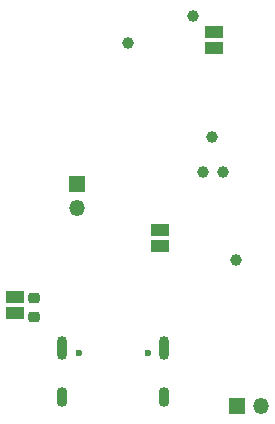
<source format=gbr>
%TF.GenerationSoftware,KiCad,Pcbnew,(5.99.0-8775-g06a515339c)*%
%TF.CreationDate,2021-02-15T16:58:29-05:00*%
%TF.ProjectId,mk2,6d6b322e-6b69-4636-9164-5f7063625858,rev?*%
%TF.SameCoordinates,Original*%
%TF.FileFunction,Soldermask,Bot*%
%TF.FilePolarity,Negative*%
%FSLAX46Y46*%
G04 Gerber Fmt 4.6, Leading zero omitted, Abs format (unit mm)*
G04 Created by KiCad (PCBNEW (5.99.0-8775-g06a515339c)) date 2021-02-15 16:58:29*
%MOMM*%
%LPD*%
G01*
G04 APERTURE LIST*
G04 Aperture macros list*
%AMRoundRect*
0 Rectangle with rounded corners*
0 $1 Rounding radius*
0 $2 $3 $4 $5 $6 $7 $8 $9 X,Y pos of 4 corners*
0 Add a 4 corners polygon primitive as box body*
4,1,4,$2,$3,$4,$5,$6,$7,$8,$9,$2,$3,0*
0 Add four circle primitives for the rounded corners*
1,1,$1+$1,$2,$3*
1,1,$1+$1,$4,$5*
1,1,$1+$1,$6,$7*
1,1,$1+$1,$8,$9*
0 Add four rect primitives between the rounded corners*
20,1,$1+$1,$2,$3,$4,$5,0*
20,1,$1+$1,$4,$5,$6,$7,0*
20,1,$1+$1,$6,$7,$8,$9,0*
20,1,$1+$1,$8,$9,$2,$3,0*%
G04 Aperture macros list end*
%ADD10R,1.500000X1.000000*%
%ADD11RoundRect,0.218750X0.256250X-0.218750X0.256250X0.218750X-0.256250X0.218750X-0.256250X-0.218750X0*%
%ADD12R,1.350000X1.350000*%
%ADD13O,1.350000X1.350000*%
%ADD14C,0.600000*%
%ADD15O,0.900000X2.000000*%
%ADD16O,0.900000X1.700000*%
%ADD17C,1.000000*%
G04 APERTURE END LIST*
D10*
%TO.C,JP3*%
X13200000Y-39850000D03*
X13200000Y-38550000D03*
%TD*%
D11*
%TO.C,R1*%
X14800000Y-38612500D03*
X14800000Y-40187500D03*
%TD*%
D10*
%TO.C,JP2*%
X25400000Y-32878000D03*
X25400000Y-34178000D03*
%TD*%
D12*
%TO.C,BT1*%
X32000000Y-47750000D03*
D13*
X34000000Y-47750000D03*
%TD*%
D14*
%TO.C,J2*%
X18610000Y-43300000D03*
X24390000Y-43300000D03*
D15*
X25820000Y-42820000D03*
D16*
X25820000Y-46990000D03*
D15*
X17180000Y-42820000D03*
D16*
X17180000Y-46990000D03*
%TD*%
D12*
%TO.C,J3*%
X18415000Y-28972000D03*
D13*
X18415000Y-30972000D03*
%TD*%
D17*
%TO.C,TP5*%
X31877000Y-35433000D03*
%TD*%
%TO.C,TP1*%
X29845000Y-25019000D03*
%TD*%
%TO.C,TP3*%
X22750000Y-17000000D03*
%TD*%
%TO.C,TP6*%
X28250000Y-14750000D03*
%TD*%
%TO.C,TP4*%
X29083000Y-27940000D03*
%TD*%
%TO.C,TP2*%
X30734000Y-27940000D03*
%TD*%
D10*
%TO.C,JP1*%
X29972000Y-17429000D03*
X29972000Y-16129000D03*
%TD*%
M02*

</source>
